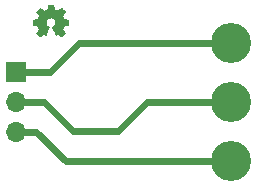
<source format=gbr>
%TF.GenerationSoftware,KiCad,Pcbnew,5.1.5-52549c5~86~ubuntu16.04.1*%
%TF.CreationDate,2020-11-12T16:56:08+05:30*%
%TF.ProjectId,Potentiometer Module V1.0,506f7465-6e74-4696-9f6d-65746572204d,V1.0*%
%TF.SameCoordinates,Original*%
%TF.FileFunction,Copper,L2,Bot*%
%TF.FilePolarity,Positive*%
%FSLAX46Y46*%
G04 Gerber Fmt 4.6, Leading zero omitted, Abs format (unit mm)*
G04 Created by KiCad (PCBNEW 5.1.5-52549c5~86~ubuntu16.04.1) date 2020-11-12 16:56:08*
%MOMM*%
%LPD*%
G04 APERTURE LIST*
%TA.AperFunction,EtchedComponent*%
%ADD10C,0.002540*%
%TD*%
%TA.AperFunction,ComponentPad*%
%ADD11O,3.400000X3.400000*%
%TD*%
%TA.AperFunction,ComponentPad*%
%ADD12O,1.700000X1.700000*%
%TD*%
%TA.AperFunction,ComponentPad*%
%ADD13R,1.700000X1.700000*%
%TD*%
%TA.AperFunction,Conductor*%
%ADD14C,0.609600*%
%TD*%
G04 APERTURE END LIST*
D10*
%TO.C,G\002A\002A\002A*%
G36*
X132567680Y-86563200D02*
G01*
X132585460Y-86555580D01*
X132618480Y-86532720D01*
X132669280Y-86499700D01*
X132727700Y-86461600D01*
X132788660Y-86420960D01*
X132836920Y-86387940D01*
X132872480Y-86365080D01*
X132885180Y-86357460D01*
X132892800Y-86360000D01*
X132920740Y-86375240D01*
X132961380Y-86395560D01*
X132986780Y-86408260D01*
X133024880Y-86423500D01*
X133042660Y-86428580D01*
X133045200Y-86423500D01*
X133060440Y-86393020D01*
X133080760Y-86344760D01*
X133108700Y-86278720D01*
X133141720Y-86202520D01*
X133177280Y-86121240D01*
X133210300Y-86037420D01*
X133243320Y-85958680D01*
X133273800Y-85885020D01*
X133296660Y-85826600D01*
X133311900Y-85785960D01*
X133319520Y-85768180D01*
X133316980Y-85765640D01*
X133299200Y-85747860D01*
X133266180Y-85722460D01*
X133195060Y-85664040D01*
X133123940Y-85577680D01*
X133080760Y-85478620D01*
X133068060Y-85366860D01*
X133078220Y-85265260D01*
X133118860Y-85168740D01*
X133187440Y-85079840D01*
X133271260Y-85013800D01*
X133367780Y-84973160D01*
X133477000Y-84960460D01*
X133581140Y-84970620D01*
X133680200Y-85011260D01*
X133769100Y-85077300D01*
X133807200Y-85120480D01*
X133858000Y-85211920D01*
X133888480Y-85305900D01*
X133891020Y-85328760D01*
X133885940Y-85435440D01*
X133855460Y-85537040D01*
X133799580Y-85625940D01*
X133723380Y-85699600D01*
X133713220Y-85707220D01*
X133677660Y-85735160D01*
X133652260Y-85752940D01*
X133634480Y-85768180D01*
X133769100Y-86090760D01*
X133789420Y-86141560D01*
X133827520Y-86230460D01*
X133858000Y-86306660D01*
X133885940Y-86367620D01*
X133903720Y-86408260D01*
X133911340Y-86423500D01*
X133924040Y-86426040D01*
X133946900Y-86418420D01*
X133992620Y-86395560D01*
X134023100Y-86380320D01*
X134056120Y-86365080D01*
X134071360Y-86357460D01*
X134086600Y-86365080D01*
X134119620Y-86385400D01*
X134165340Y-86418420D01*
X134223760Y-86456520D01*
X134279640Y-86494620D01*
X134330440Y-86527640D01*
X134366000Y-86553040D01*
X134383780Y-86560660D01*
X134386320Y-86560660D01*
X134404100Y-86553040D01*
X134432040Y-86527640D01*
X134475220Y-86487000D01*
X134538720Y-86426040D01*
X134548880Y-86415880D01*
X134599680Y-86365080D01*
X134640320Y-86319360D01*
X134668260Y-86288880D01*
X134678420Y-86276180D01*
X134668260Y-86258400D01*
X134645400Y-86220300D01*
X134612380Y-86169500D01*
X134571740Y-86108540D01*
X134465060Y-85953600D01*
X134523480Y-85808820D01*
X134541260Y-85763100D01*
X134564120Y-85707220D01*
X134581900Y-85669120D01*
X134589520Y-85651340D01*
X134607300Y-85646260D01*
X134645400Y-85636100D01*
X134703820Y-85625940D01*
X134774940Y-85613240D01*
X134840980Y-85600540D01*
X134899400Y-85587840D01*
X134942580Y-85580220D01*
X134962900Y-85577680D01*
X134967980Y-85572600D01*
X134970520Y-85564980D01*
X134973060Y-85544660D01*
X134975600Y-85506560D01*
X134975600Y-85450680D01*
X134975600Y-85366860D01*
X134975600Y-85359240D01*
X134975600Y-85280500D01*
X134973060Y-85217000D01*
X134970520Y-85178900D01*
X134967980Y-85161120D01*
X134950200Y-85156040D01*
X134907020Y-85148420D01*
X134848600Y-85135720D01*
X134777480Y-85123020D01*
X134772400Y-85123020D01*
X134701280Y-85107780D01*
X134642860Y-85095080D01*
X134599680Y-85087460D01*
X134581900Y-85079840D01*
X134579360Y-85074760D01*
X134564120Y-85046820D01*
X134543800Y-85003640D01*
X134520940Y-84950300D01*
X134498080Y-84894420D01*
X134477760Y-84843620D01*
X134465060Y-84808060D01*
X134459980Y-84790280D01*
X134470140Y-84772500D01*
X134495540Y-84736940D01*
X134531100Y-84686140D01*
X134571740Y-84625180D01*
X134574280Y-84620100D01*
X134614920Y-84559140D01*
X134647940Y-84508340D01*
X134670800Y-84472780D01*
X134678420Y-84457540D01*
X134678420Y-84455000D01*
X134665720Y-84437220D01*
X134635240Y-84404200D01*
X134589520Y-84358480D01*
X134538720Y-84305140D01*
X134520940Y-84289900D01*
X134462520Y-84231480D01*
X134421880Y-84195920D01*
X134396480Y-84175600D01*
X134386320Y-84170520D01*
X134383780Y-84170520D01*
X134366000Y-84180680D01*
X134327900Y-84206080D01*
X134277100Y-84241640D01*
X134216140Y-84282280D01*
X134213600Y-84284820D01*
X134152640Y-84325460D01*
X134101840Y-84361020D01*
X134066280Y-84383880D01*
X134051040Y-84391500D01*
X134048500Y-84391500D01*
X134025640Y-84386420D01*
X133982460Y-84371180D01*
X133929120Y-84350860D01*
X133873240Y-84328000D01*
X133822440Y-84307680D01*
X133786880Y-84289900D01*
X133769100Y-84279740D01*
X133766560Y-84279740D01*
X133761480Y-84256880D01*
X133751320Y-84211160D01*
X133738620Y-84150200D01*
X133723380Y-84076540D01*
X133720840Y-84066380D01*
X133708140Y-83992720D01*
X133697980Y-83934300D01*
X133687820Y-83893660D01*
X133685280Y-83875880D01*
X133675120Y-83875880D01*
X133639560Y-83873340D01*
X133586220Y-83870800D01*
X133520180Y-83870800D01*
X133454140Y-83870800D01*
X133388100Y-83870800D01*
X133332220Y-83873340D01*
X133291580Y-83875880D01*
X133273800Y-83880960D01*
X133268720Y-83903820D01*
X133258560Y-83947000D01*
X133245860Y-84010500D01*
X133230620Y-84084160D01*
X133228080Y-84096860D01*
X133215380Y-84167980D01*
X133202680Y-84226400D01*
X133195060Y-84267040D01*
X133189980Y-84282280D01*
X133184900Y-84284820D01*
X133154420Y-84300060D01*
X133106160Y-84317840D01*
X133047740Y-84343240D01*
X132910580Y-84399120D01*
X132742940Y-84282280D01*
X132727700Y-84272120D01*
X132666740Y-84231480D01*
X132615940Y-84198460D01*
X132580380Y-84175600D01*
X132567680Y-84167980D01*
X132565140Y-84167980D01*
X132549900Y-84183220D01*
X132516880Y-84213700D01*
X132471160Y-84259420D01*
X132417820Y-84310220D01*
X132377180Y-84350860D01*
X132331460Y-84396580D01*
X132303520Y-84429600D01*
X132285740Y-84449920D01*
X132280660Y-84462620D01*
X132283200Y-84470240D01*
X132293360Y-84488020D01*
X132318760Y-84523580D01*
X132351780Y-84576920D01*
X132392420Y-84635340D01*
X132427980Y-84686140D01*
X132463540Y-84742020D01*
X132486400Y-84782660D01*
X132496560Y-84800440D01*
X132494020Y-84810600D01*
X132481320Y-84843620D01*
X132461000Y-84891880D01*
X132435600Y-84952840D01*
X132377180Y-85084920D01*
X132290820Y-85102700D01*
X132237480Y-85112860D01*
X132163820Y-85125560D01*
X132092700Y-85140800D01*
X131980940Y-85161120D01*
X131978400Y-85564980D01*
X131996180Y-85572600D01*
X132011420Y-85577680D01*
X132052060Y-85587840D01*
X132110480Y-85598000D01*
X132179060Y-85610700D01*
X132240020Y-85623400D01*
X132298440Y-85633560D01*
X132341620Y-85641180D01*
X132359400Y-85646260D01*
X132364480Y-85651340D01*
X132379720Y-85681820D01*
X132400040Y-85727540D01*
X132422900Y-85780880D01*
X132448300Y-85839300D01*
X132468620Y-85890100D01*
X132483860Y-85930740D01*
X132488940Y-85951060D01*
X132481320Y-85966300D01*
X132458460Y-86001860D01*
X132425440Y-86052660D01*
X132384800Y-86111080D01*
X132344160Y-86169500D01*
X132311140Y-86220300D01*
X132285740Y-86255860D01*
X132278120Y-86273640D01*
X132283200Y-86283800D01*
X132306060Y-86311740D01*
X132349240Y-86357460D01*
X132415280Y-86423500D01*
X132427980Y-86433660D01*
X132478780Y-86484460D01*
X132524500Y-86525100D01*
X132554980Y-86553040D01*
X132567680Y-86563200D01*
G37*
X132567680Y-86563200D02*
X132585460Y-86555580D01*
X132618480Y-86532720D01*
X132669280Y-86499700D01*
X132727700Y-86461600D01*
X132788660Y-86420960D01*
X132836920Y-86387940D01*
X132872480Y-86365080D01*
X132885180Y-86357460D01*
X132892800Y-86360000D01*
X132920740Y-86375240D01*
X132961380Y-86395560D01*
X132986780Y-86408260D01*
X133024880Y-86423500D01*
X133042660Y-86428580D01*
X133045200Y-86423500D01*
X133060440Y-86393020D01*
X133080760Y-86344760D01*
X133108700Y-86278720D01*
X133141720Y-86202520D01*
X133177280Y-86121240D01*
X133210300Y-86037420D01*
X133243320Y-85958680D01*
X133273800Y-85885020D01*
X133296660Y-85826600D01*
X133311900Y-85785960D01*
X133319520Y-85768180D01*
X133316980Y-85765640D01*
X133299200Y-85747860D01*
X133266180Y-85722460D01*
X133195060Y-85664040D01*
X133123940Y-85577680D01*
X133080760Y-85478620D01*
X133068060Y-85366860D01*
X133078220Y-85265260D01*
X133118860Y-85168740D01*
X133187440Y-85079840D01*
X133271260Y-85013800D01*
X133367780Y-84973160D01*
X133477000Y-84960460D01*
X133581140Y-84970620D01*
X133680200Y-85011260D01*
X133769100Y-85077300D01*
X133807200Y-85120480D01*
X133858000Y-85211920D01*
X133888480Y-85305900D01*
X133891020Y-85328760D01*
X133885940Y-85435440D01*
X133855460Y-85537040D01*
X133799580Y-85625940D01*
X133723380Y-85699600D01*
X133713220Y-85707220D01*
X133677660Y-85735160D01*
X133652260Y-85752940D01*
X133634480Y-85768180D01*
X133769100Y-86090760D01*
X133789420Y-86141560D01*
X133827520Y-86230460D01*
X133858000Y-86306660D01*
X133885940Y-86367620D01*
X133903720Y-86408260D01*
X133911340Y-86423500D01*
X133924040Y-86426040D01*
X133946900Y-86418420D01*
X133992620Y-86395560D01*
X134023100Y-86380320D01*
X134056120Y-86365080D01*
X134071360Y-86357460D01*
X134086600Y-86365080D01*
X134119620Y-86385400D01*
X134165340Y-86418420D01*
X134223760Y-86456520D01*
X134279640Y-86494620D01*
X134330440Y-86527640D01*
X134366000Y-86553040D01*
X134383780Y-86560660D01*
X134386320Y-86560660D01*
X134404100Y-86553040D01*
X134432040Y-86527640D01*
X134475220Y-86487000D01*
X134538720Y-86426040D01*
X134548880Y-86415880D01*
X134599680Y-86365080D01*
X134640320Y-86319360D01*
X134668260Y-86288880D01*
X134678420Y-86276180D01*
X134668260Y-86258400D01*
X134645400Y-86220300D01*
X134612380Y-86169500D01*
X134571740Y-86108540D01*
X134465060Y-85953600D01*
X134523480Y-85808820D01*
X134541260Y-85763100D01*
X134564120Y-85707220D01*
X134581900Y-85669120D01*
X134589520Y-85651340D01*
X134607300Y-85646260D01*
X134645400Y-85636100D01*
X134703820Y-85625940D01*
X134774940Y-85613240D01*
X134840980Y-85600540D01*
X134899400Y-85587840D01*
X134942580Y-85580220D01*
X134962900Y-85577680D01*
X134967980Y-85572600D01*
X134970520Y-85564980D01*
X134973060Y-85544660D01*
X134975600Y-85506560D01*
X134975600Y-85450680D01*
X134975600Y-85366860D01*
X134975600Y-85359240D01*
X134975600Y-85280500D01*
X134973060Y-85217000D01*
X134970520Y-85178900D01*
X134967980Y-85161120D01*
X134950200Y-85156040D01*
X134907020Y-85148420D01*
X134848600Y-85135720D01*
X134777480Y-85123020D01*
X134772400Y-85123020D01*
X134701280Y-85107780D01*
X134642860Y-85095080D01*
X134599680Y-85087460D01*
X134581900Y-85079840D01*
X134579360Y-85074760D01*
X134564120Y-85046820D01*
X134543800Y-85003640D01*
X134520940Y-84950300D01*
X134498080Y-84894420D01*
X134477760Y-84843620D01*
X134465060Y-84808060D01*
X134459980Y-84790280D01*
X134470140Y-84772500D01*
X134495540Y-84736940D01*
X134531100Y-84686140D01*
X134571740Y-84625180D01*
X134574280Y-84620100D01*
X134614920Y-84559140D01*
X134647940Y-84508340D01*
X134670800Y-84472780D01*
X134678420Y-84457540D01*
X134678420Y-84455000D01*
X134665720Y-84437220D01*
X134635240Y-84404200D01*
X134589520Y-84358480D01*
X134538720Y-84305140D01*
X134520940Y-84289900D01*
X134462520Y-84231480D01*
X134421880Y-84195920D01*
X134396480Y-84175600D01*
X134386320Y-84170520D01*
X134383780Y-84170520D01*
X134366000Y-84180680D01*
X134327900Y-84206080D01*
X134277100Y-84241640D01*
X134216140Y-84282280D01*
X134213600Y-84284820D01*
X134152640Y-84325460D01*
X134101840Y-84361020D01*
X134066280Y-84383880D01*
X134051040Y-84391500D01*
X134048500Y-84391500D01*
X134025640Y-84386420D01*
X133982460Y-84371180D01*
X133929120Y-84350860D01*
X133873240Y-84328000D01*
X133822440Y-84307680D01*
X133786880Y-84289900D01*
X133769100Y-84279740D01*
X133766560Y-84279740D01*
X133761480Y-84256880D01*
X133751320Y-84211160D01*
X133738620Y-84150200D01*
X133723380Y-84076540D01*
X133720840Y-84066380D01*
X133708140Y-83992720D01*
X133697980Y-83934300D01*
X133687820Y-83893660D01*
X133685280Y-83875880D01*
X133675120Y-83875880D01*
X133639560Y-83873340D01*
X133586220Y-83870800D01*
X133520180Y-83870800D01*
X133454140Y-83870800D01*
X133388100Y-83870800D01*
X133332220Y-83873340D01*
X133291580Y-83875880D01*
X133273800Y-83880960D01*
X133268720Y-83903820D01*
X133258560Y-83947000D01*
X133245860Y-84010500D01*
X133230620Y-84084160D01*
X133228080Y-84096860D01*
X133215380Y-84167980D01*
X133202680Y-84226400D01*
X133195060Y-84267040D01*
X133189980Y-84282280D01*
X133184900Y-84284820D01*
X133154420Y-84300060D01*
X133106160Y-84317840D01*
X133047740Y-84343240D01*
X132910580Y-84399120D01*
X132742940Y-84282280D01*
X132727700Y-84272120D01*
X132666740Y-84231480D01*
X132615940Y-84198460D01*
X132580380Y-84175600D01*
X132567680Y-84167980D01*
X132565140Y-84167980D01*
X132549900Y-84183220D01*
X132516880Y-84213700D01*
X132471160Y-84259420D01*
X132417820Y-84310220D01*
X132377180Y-84350860D01*
X132331460Y-84396580D01*
X132303520Y-84429600D01*
X132285740Y-84449920D01*
X132280660Y-84462620D01*
X132283200Y-84470240D01*
X132293360Y-84488020D01*
X132318760Y-84523580D01*
X132351780Y-84576920D01*
X132392420Y-84635340D01*
X132427980Y-84686140D01*
X132463540Y-84742020D01*
X132486400Y-84782660D01*
X132496560Y-84800440D01*
X132494020Y-84810600D01*
X132481320Y-84843620D01*
X132461000Y-84891880D01*
X132435600Y-84952840D01*
X132377180Y-85084920D01*
X132290820Y-85102700D01*
X132237480Y-85112860D01*
X132163820Y-85125560D01*
X132092700Y-85140800D01*
X131980940Y-85161120D01*
X131978400Y-85564980D01*
X131996180Y-85572600D01*
X132011420Y-85577680D01*
X132052060Y-85587840D01*
X132110480Y-85598000D01*
X132179060Y-85610700D01*
X132240020Y-85623400D01*
X132298440Y-85633560D01*
X132341620Y-85641180D01*
X132359400Y-85646260D01*
X132364480Y-85651340D01*
X132379720Y-85681820D01*
X132400040Y-85727540D01*
X132422900Y-85780880D01*
X132448300Y-85839300D01*
X132468620Y-85890100D01*
X132483860Y-85930740D01*
X132488940Y-85951060D01*
X132481320Y-85966300D01*
X132458460Y-86001860D01*
X132425440Y-86052660D01*
X132384800Y-86111080D01*
X132344160Y-86169500D01*
X132311140Y-86220300D01*
X132285740Y-86255860D01*
X132278120Y-86273640D01*
X132283200Y-86283800D01*
X132306060Y-86311740D01*
X132349240Y-86357460D01*
X132415280Y-86423500D01*
X132427980Y-86433660D01*
X132478780Y-86484460D01*
X132524500Y-86525100D01*
X132554980Y-86553040D01*
X132567680Y-86563200D01*
%TD*%
D11*
%TO.P,RV1,1*%
%TO.N,GND*%
X148717000Y-97155000D03*
%TO.P,RV1,2*%
%TO.N,/OUT*%
X148717000Y-92155000D03*
%TO.P,RV1,3*%
%TO.N,/VCC*%
X148717000Y-87155000D03*
%TD*%
D12*
%TO.P,J1,3*%
%TO.N,GND*%
X130560404Y-94680000D03*
%TO.P,J1,2*%
%TO.N,/OUT*%
X130560404Y-92140000D03*
D13*
%TO.P,J1,1*%
%TO.N,/VCC*%
X130560404Y-89600000D03*
%TD*%
D14*
%TO.N,/VCC*%
X130560404Y-89600000D02*
X133412000Y-89600000D01*
X135857000Y-87155000D02*
X148717000Y-87155000D01*
X133412000Y-89600000D02*
X135857000Y-87155000D01*
%TO.N,GND*%
X130560404Y-94680000D02*
X132272000Y-94680000D01*
X134747000Y-97155000D02*
X148717000Y-97155000D01*
X132272000Y-94680000D02*
X134747000Y-97155000D01*
%TO.N,/OUT*%
X130560404Y-92140000D02*
X132907000Y-92140000D01*
X132907000Y-92140000D02*
X135382000Y-94615000D01*
X135382000Y-94615000D02*
X139192000Y-94615000D01*
X141652000Y-92155000D02*
X148717000Y-92155000D01*
X139192000Y-94615000D02*
X141652000Y-92155000D01*
%TD*%
M02*

</source>
